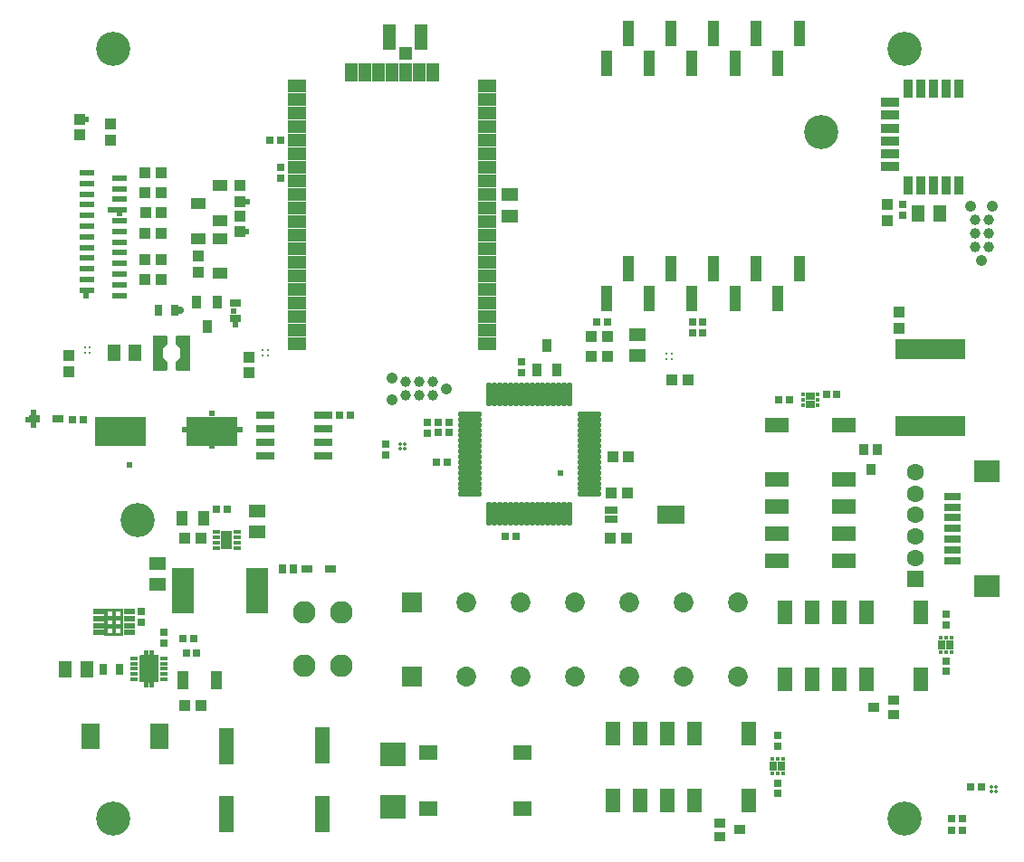
<source format=gts>
G04*
G04 #@! TF.GenerationSoftware,Altium Limited,Altium Designer,19.0.12 (326)*
G04*
G04 Layer_Color=8388736*
%FSLAX25Y25*%
%MOIN*%
G70*
G01*
G75*
%ADD77R,0.05524X0.02178*%
%ADD78R,0.03950X0.03162*%
%ADD79R,0.18910X0.10642*%
%ADD80R,0.02768X0.02768*%
%ADD81R,0.02768X0.02768*%
%ADD82R,0.03950X0.05524*%
%ADD83R,0.05918X0.04737*%
%ADD84R,0.04343X0.03556*%
%ADD85R,0.02962X0.03356*%
%ADD86R,0.02769X0.02769*%
%ADD87R,0.10249X0.06706*%
%ADD88R,0.05131X0.03162*%
%ADD89R,0.02769X0.02769*%
%ADD90R,0.03950X0.03950*%
%ADD91C,0.01345*%
%ADD92O,0.01981X0.09068*%
%ADD93O,0.09068X0.01981*%
%ADD94R,0.03359X0.04934*%
%ADD95R,0.05918X0.03162*%
%ADD96R,0.09461X0.07887*%
%ADD97R,0.01784X0.01784*%
%ADD98R,0.02532X0.03202*%
%ADD99R,0.02768X0.02768*%
%ADD100R,0.02768X0.02768*%
%ADD101R,0.03950X0.03950*%
%ADD102R,0.04304X0.09816*%
%ADD103C,0.01299*%
%ADD104R,0.06706X0.02965*%
%ADD105C,0.03900*%
%ADD106R,0.04737X0.04934*%
%ADD107R,0.04934X0.09461*%
%ADD108R,0.06787X0.04787*%
%ADD109R,0.04787X0.06787*%
%ADD110R,0.02572X0.07690*%
%ADD111R,0.05600X0.04400*%
%ADD112R,0.03162X0.04343*%
%ADD113R,0.04343X0.03162*%
%ADD114R,0.04737X0.05918*%
%ADD115R,0.02787X0.02787*%
%ADD116R,0.03556X0.06706*%
%ADD117R,0.06706X0.03556*%
%ADD118R,0.05170X0.08674*%
%ADD119R,0.03556X0.04343*%
%ADD120R,0.08674X0.05170*%
%ADD121R,0.03202X0.02532*%
%ADD122R,0.01784X0.01784*%
%ADD123R,0.04147X0.02178*%
%ADD124R,0.06706X0.09461*%
%ADD125R,0.04343X0.07099*%
%ADD126R,0.02913X0.01496*%
%ADD127R,0.09304X0.09068*%
%ADD128R,0.09698X0.09068*%
%ADD129R,0.05524X0.13800*%
%ADD130R,0.06784X0.05524*%
%ADD131R,0.08071X0.16535*%
%ADD132R,0.02520X0.01654*%
%ADD133R,0.04095X0.06850*%
%ADD134C,0.06300*%
%ADD135R,0.06300X0.06300*%
%ADD136C,0.12611*%
%ADD137C,0.08300*%
%ADD138C,0.07300*%
%ADD139R,0.07300X0.07300*%
%ADD140C,0.04200*%
%ADD141C,0.02400*%
%ADD142C,0.02800*%
G36*
X59020Y189544D02*
X59045Y189543D01*
X59046Y189543D01*
X59047Y189543D01*
X59071Y189538D01*
X59097Y189532D01*
X59097Y189532D01*
X59098Y189532D01*
X59122Y189524D01*
X59146Y189516D01*
X59147Y189515D01*
X59148Y189515D01*
X59171Y189504D01*
X59193Y189492D01*
X59194Y189492D01*
X59194Y189492D01*
X59216Y189477D01*
X59237Y189463D01*
X59237Y189463D01*
X59238Y189463D01*
X59258Y189445D01*
X59276Y189429D01*
X59277Y189428D01*
X59277Y189428D01*
X59295Y189408D01*
X59311Y189389D01*
X59311Y189389D01*
X59312Y189388D01*
X59326Y189366D01*
X59340Y189346D01*
X59341Y189345D01*
X59341Y189345D01*
X59352Y189321D01*
X59363Y189299D01*
X59364Y189298D01*
X59364Y189298D01*
X59372Y189274D01*
X59380Y189249D01*
X59380Y189249D01*
X59381Y189248D01*
X59385Y189224D01*
X59390Y189198D01*
X59391Y189197D01*
X59391Y189197D01*
X59392Y189170D01*
X59394Y189145D01*
X59394Y189145D01*
X59394Y189144D01*
X59386Y186388D01*
X59385Y186370D01*
X59384Y186352D01*
X59383Y186344D01*
X59382Y186336D01*
X59379Y186318D01*
X59376Y186300D01*
X59374Y186293D01*
X59372Y186284D01*
X59366Y186267D01*
X59361Y186250D01*
X59358Y186243D01*
X59355Y186235D01*
X59347Y186219D01*
X59340Y186202D01*
X59335Y186195D01*
X59332Y186188D01*
X59322Y186173D01*
X59312Y186158D01*
X59307Y186151D01*
X59303Y186144D01*
X59291Y186131D01*
X59279Y186117D01*
X59273Y186111D01*
X59268Y186105D01*
X59254Y186093D01*
X59241Y186081D01*
X57890Y184961D01*
Y181322D01*
X59241Y180202D01*
X59255Y180189D01*
X59269Y180177D01*
X59274Y180171D01*
X59279Y180166D01*
X59291Y180151D01*
X59303Y180137D01*
X59307Y180131D01*
X59312Y180125D01*
X59322Y180109D01*
X59332Y180094D01*
X59336Y180087D01*
X59340Y180081D01*
X59347Y180064D01*
X59356Y180047D01*
X59358Y180040D01*
X59361Y180033D01*
X59366Y180015D01*
X59372Y179997D01*
X59374Y179990D01*
X59376Y179982D01*
X59379Y179964D01*
X59383Y179946D01*
X59383Y179938D01*
X59384Y179931D01*
X59385Y179912D01*
X59386Y179893D01*
Y177137D01*
X59383Y177085D01*
X59372Y177034D01*
X59356Y176984D01*
X59332Y176937D01*
X59303Y176893D01*
X59269Y176854D01*
X59229Y176819D01*
X59186Y176790D01*
X59139Y176767D01*
X59089Y176750D01*
X59038Y176740D01*
X58985Y176737D01*
X54497D01*
X54445Y176740D01*
X54393Y176750D01*
X54344Y176767D01*
X54297Y176790D01*
X54253Y176819D01*
X54214Y176854D01*
X54179Y176893D01*
X54150Y176937D01*
X54127Y176984D01*
X54110Y177034D01*
X54100Y177085D01*
X54096Y177137D01*
Y189145D01*
X54100Y189198D01*
X54110Y189249D01*
X54127Y189299D01*
X54150Y189346D01*
X54179Y189389D01*
X54214Y189429D01*
X54253Y189463D01*
X54297Y189492D01*
X54344Y189516D01*
X54393Y189532D01*
X54445Y189543D01*
X54497Y189546D01*
X58993D01*
X58994Y189546D01*
X58994Y189546D01*
X59020Y189544D01*
D02*
G37*
G36*
X67541Y189543D02*
X67593Y189532D01*
X67643Y189516D01*
X67690Y189492D01*
X67733Y189463D01*
X67773Y189429D01*
X67807Y189389D01*
X67836Y189346D01*
X67860Y189299D01*
X67876Y189249D01*
X67887Y189198D01*
X67890Y189145D01*
Y177137D01*
X67887Y177085D01*
X67876Y177034D01*
X67860Y176984D01*
X67836Y176937D01*
X67807Y176893D01*
X67773Y176854D01*
X67733Y176819D01*
X67690Y176790D01*
X67643Y176767D01*
X67593Y176750D01*
X67541Y176740D01*
X67489Y176737D01*
X62993D01*
X62993Y176737D01*
X62992Y176737D01*
X62966Y176738D01*
X62941Y176740D01*
X62940Y176740D01*
X62940Y176740D01*
X62915Y176745D01*
X62889Y176750D01*
X62889Y176750D01*
X62888Y176751D01*
X62864Y176759D01*
X62840Y176767D01*
X62839Y176767D01*
X62839Y176768D01*
X62815Y176779D01*
X62793Y176790D01*
X62792Y176791D01*
X62792Y176791D01*
X62770Y176805D01*
X62749Y176819D01*
X62749Y176820D01*
X62748Y176820D01*
X62729Y176837D01*
X62710Y176854D01*
X62709Y176854D01*
X62709Y176855D01*
X62691Y176875D01*
X62675Y176893D01*
X62675Y176894D01*
X62674Y176894D01*
X62660Y176916D01*
X62646Y176937D01*
X62646Y176937D01*
X62645Y176938D01*
X62634Y176961D01*
X62623Y176984D01*
X62623Y176985D01*
X62622Y176985D01*
X62614Y177009D01*
X62606Y177034D01*
X62606Y177034D01*
X62606Y177035D01*
X62601Y177059D01*
X62596Y177085D01*
X62596Y177086D01*
X62595Y177086D01*
X62594Y177112D01*
X62592Y177137D01*
X62592Y177138D01*
X62592Y177139D01*
X62600Y179894D01*
X62601Y179913D01*
X62602Y179931D01*
X62603Y179939D01*
X62604Y179947D01*
X62607Y179965D01*
X62610Y179982D01*
X62612Y179990D01*
X62614Y179998D01*
X62620Y180015D01*
X62625Y180033D01*
X62628Y180040D01*
X62631Y180048D01*
X62639Y180064D01*
X62647Y180081D01*
X62651Y180087D01*
X62654Y180095D01*
X62665Y180110D01*
X62674Y180125D01*
X62679Y180132D01*
X62684Y180138D01*
X62696Y180152D01*
X62707Y180166D01*
X62713Y180172D01*
X62718Y180178D01*
X62732Y180190D01*
X62745Y180202D01*
X64096Y181322D01*
Y184961D01*
X62745Y186081D01*
X62732Y186094D01*
X62717Y186106D01*
X62713Y186112D01*
X62707Y186117D01*
X62695Y186131D01*
X62683Y186145D01*
X62679Y186152D01*
X62674Y186158D01*
X62664Y186173D01*
X62654Y186189D01*
X62651Y186196D01*
X62647Y186202D01*
X62639Y186219D01*
X62631Y186236D01*
X62628Y186243D01*
X62625Y186250D01*
X62620Y186268D01*
X62614Y186286D01*
X62612Y186293D01*
X62610Y186300D01*
X62607Y186319D01*
X62603Y186337D01*
X62603Y186345D01*
X62602Y186352D01*
X62601Y186371D01*
X62600Y186389D01*
Y189145D01*
X62603Y189198D01*
X62614Y189249D01*
X62631Y189299D01*
X62654Y189346D01*
X62683Y189389D01*
X62717Y189429D01*
X62757Y189463D01*
X62801Y189492D01*
X62848Y189516D01*
X62897Y189532D01*
X62949Y189543D01*
X63001Y189546D01*
X67489D01*
X67541Y189543D01*
D02*
G37*
G36*
X47556Y86874D02*
X43658D01*
Y88803D01*
X47556D01*
Y86874D01*
D02*
G37*
G36*
X35942D02*
X32044D01*
Y88803D01*
X35942D01*
Y86874D01*
D02*
G37*
G36*
X47556Y84315D02*
X43658D01*
Y86244D01*
X47556D01*
Y84315D01*
D02*
G37*
G36*
X35942D02*
X32044D01*
Y86244D01*
X35942D01*
Y84315D01*
D02*
G37*
G36*
X47556Y81756D02*
X43658D01*
Y83685D01*
X47556D01*
Y81756D01*
D02*
G37*
G36*
X35942D02*
X32044D01*
Y83685D01*
X35942D01*
Y81756D01*
D02*
G37*
G36*
X47556Y79197D02*
X43658D01*
Y81126D01*
X47556D01*
Y79197D01*
D02*
G37*
G36*
X35942D02*
X32044D01*
Y81126D01*
X35942D01*
Y79197D01*
D02*
G37*
G36*
X43298Y87887D02*
Y86313D01*
Y84787D01*
Y83213D01*
Y81687D01*
Y79026D01*
X36302D01*
Y80113D01*
Y81687D01*
Y83213D01*
Y84787D01*
Y86313D01*
Y87887D01*
Y88974D01*
X43298D01*
Y87887D01*
D02*
G37*
G36*
X54223Y73796D02*
X54265Y73786D01*
X54305Y73769D01*
X54342Y73747D01*
X54375Y73719D01*
X54403Y73685D01*
X54426Y73649D01*
X54442Y73608D01*
X54453Y73566D01*
X54456Y73523D01*
Y71831D01*
X55924D01*
X55967Y71828D01*
X56009Y71817D01*
X56049Y71801D01*
X56086Y71778D01*
X56119Y71750D01*
X56120Y71749D01*
X56148Y71716D01*
X56171Y71679D01*
X56187Y71639D01*
X56198Y71597D01*
X56201Y71554D01*
Y62106D01*
X56198Y62063D01*
X56187Y62020D01*
X56171Y61980D01*
X56148Y61943D01*
X56120Y61910D01*
X56087Y61882D01*
X56050Y61859D01*
X56010Y61843D01*
X55968Y61833D01*
X55924Y61829D01*
X54456D01*
Y60137D01*
X54453Y60094D01*
X54442Y60052D01*
X54426Y60012D01*
X54403Y59975D01*
X54375Y59942D01*
X54342Y59914D01*
X54305Y59891D01*
X54265Y59874D01*
X54223Y59864D01*
X54180Y59861D01*
X53195D01*
X53152Y59864D01*
X53110Y59874D01*
X53070Y59891D01*
X53033Y59914D01*
X53000Y59942D01*
X52972Y59975D01*
X52949Y60012D01*
X52932Y60052D01*
X52922Y60094D01*
X52919Y60137D01*
Y61754D01*
X52476D01*
Y60137D01*
X52473Y60094D01*
X52463Y60052D01*
X52446Y60012D01*
X52424Y59975D01*
X52395Y59942D01*
X52363Y59914D01*
X52325Y59891D01*
X52285Y59874D01*
X52243Y59864D01*
X52200Y59861D01*
X51221D01*
X51177Y59864D01*
X51135Y59874D01*
X51095Y59891D01*
X51058Y59914D01*
X51025Y59942D01*
X50997Y59975D01*
X50974Y60012D01*
X50958Y60052D01*
X50947Y60094D01*
X50944Y60137D01*
Y61829D01*
X49452D01*
X49409Y61833D01*
X49367Y61843D01*
X49327Y61859D01*
X49290Y61882D01*
X49257Y61910D01*
X49228Y61943D01*
X49206Y61980D01*
X49189Y62020D01*
X49179Y62063D01*
X49176Y62106D01*
Y71554D01*
X49179Y71598D01*
X49189Y71640D01*
X49206Y71680D01*
X49228Y71717D01*
X49257Y71750D01*
X49290Y71778D01*
X49327Y71801D01*
X49367Y71817D01*
X49409Y71828D01*
X49452Y71831D01*
X50944D01*
Y73516D01*
X50947Y73559D01*
X50958Y73601D01*
X50974Y73641D01*
X50997Y73678D01*
X51025Y73711D01*
X51058Y73740D01*
X51095Y73762D01*
X51135Y73779D01*
X51177Y73789D01*
X51221Y73792D01*
X52205D01*
X52248Y73789D01*
X52290Y73779D01*
X52330Y73762D01*
X52367Y73740D01*
X52400Y73711D01*
X52428Y73678D01*
X52451Y73641D01*
X52468Y73601D01*
X52478Y73559D01*
X52481Y73516D01*
Y71831D01*
X52919D01*
Y73523D01*
X52922Y73566D01*
X52932Y73608D01*
X52949Y73649D01*
X52972Y73685D01*
X53000Y73719D01*
X53033Y73747D01*
X53070Y73769D01*
X53110Y73786D01*
X53152Y73796D01*
X53195Y73800D01*
X54180D01*
X54223Y73796D01*
D02*
G37*
%LPC*%
G36*
X42137Y87887D02*
X40563D01*
Y86313D01*
X42137D01*
Y87887D01*
D02*
G37*
G36*
X39037D02*
X37463D01*
Y86313D01*
X39037D01*
Y87887D01*
D02*
G37*
G36*
X42137Y84787D02*
X40563D01*
Y83213D01*
X42137D01*
Y84787D01*
D02*
G37*
G36*
X39037D02*
X37463D01*
Y83213D01*
X39037D01*
Y84787D01*
D02*
G37*
G36*
X42137Y81687D02*
X40563D01*
Y80113D01*
X42137D01*
Y81687D01*
D02*
G37*
G36*
X39037D02*
X37463D01*
Y80113D01*
X39037D01*
Y81687D01*
D02*
G37*
%LPD*%
D77*
X29689Y249678D02*
D03*
Y245741D02*
D03*
Y241804D02*
D03*
Y237867D02*
D03*
Y233930D02*
D03*
Y229993D02*
D03*
Y226056D02*
D03*
Y222119D02*
D03*
Y218182D02*
D03*
Y214245D02*
D03*
Y210308D02*
D03*
X41697Y247710D02*
D03*
Y243773D02*
D03*
Y239836D02*
D03*
Y235899D02*
D03*
Y231962D02*
D03*
Y228025D02*
D03*
Y224088D02*
D03*
Y220151D02*
D03*
Y216214D02*
D03*
Y212277D02*
D03*
Y208340D02*
D03*
X29689Y206371D02*
D03*
X41697Y204403D02*
D03*
D78*
X19050Y158900D02*
D03*
X10350D02*
D03*
X110674Y103700D02*
D03*
X119374D02*
D03*
D79*
X42049Y154336D02*
D03*
X75907D02*
D03*
D80*
X24532Y158800D02*
D03*
X77588Y125676D02*
D03*
X66331Y72600D02*
D03*
X97300Y261600D02*
D03*
X305968Y167843D02*
D03*
X284637Y166043D02*
D03*
D81*
X28468Y158800D02*
D03*
X81525Y125676D02*
D03*
X70268Y72600D02*
D03*
X163068Y157643D02*
D03*
X159132D02*
D03*
X163068Y153874D02*
D03*
X159132D02*
D03*
X101237Y261600D02*
D03*
X302031Y167843D02*
D03*
X288574Y166043D02*
D03*
D82*
X64863Y122176D02*
D03*
X72737D02*
D03*
D83*
X232578Y182263D02*
D03*
Y190137D02*
D03*
X185400Y233763D02*
D03*
Y241637D02*
D03*
X55726Y105806D02*
D03*
Y97932D02*
D03*
X92544Y117263D02*
D03*
Y125137D02*
D03*
D84*
X262767Y10109D02*
D03*
X270247Y7550D02*
D03*
X262767Y4991D02*
D03*
X326933Y55209D02*
D03*
X319453Y52650D02*
D03*
X326933Y50091D02*
D03*
D85*
X101831Y103600D02*
D03*
X105769D02*
D03*
D86*
X139900Y145575D02*
D03*
Y149512D02*
D03*
X189800Y176075D02*
D03*
Y180012D02*
D03*
X155300Y153675D02*
D03*
Y157612D02*
D03*
X256478Y190732D02*
D03*
Y194668D02*
D03*
X101100Y251669D02*
D03*
Y247731D02*
D03*
D87*
X244782Y123600D02*
D03*
D88*
X222932Y121828D02*
D03*
Y125372D02*
D03*
D89*
X187712Y115800D02*
D03*
X183775D02*
D03*
X162469Y142943D02*
D03*
X158531D02*
D03*
X217510Y194800D02*
D03*
X221447D02*
D03*
X359068Y23200D02*
D03*
X355132D02*
D03*
X122831Y160300D02*
D03*
X126769D02*
D03*
X352168Y11500D02*
D03*
X348232D02*
D03*
X352168Y7300D02*
D03*
X348232D02*
D03*
X69169Y78100D02*
D03*
X65232D02*
D03*
D90*
X222604Y115000D02*
D03*
X228510D02*
D03*
X222904Y131500D02*
D03*
X228810D02*
D03*
X229253Y144843D02*
D03*
X223347D02*
D03*
X215526Y189200D02*
D03*
X221431D02*
D03*
X215626Y181900D02*
D03*
X221531D02*
D03*
X245226Y173273D02*
D03*
X251131D02*
D03*
X51240Y249740D02*
D03*
X57146D02*
D03*
X51240Y242440D02*
D03*
X57146D02*
D03*
X51340Y235140D02*
D03*
X57246D02*
D03*
X51140Y227440D02*
D03*
X57046D02*
D03*
X57146Y217640D02*
D03*
X51240D02*
D03*
X57146Y210340D02*
D03*
X51240D02*
D03*
X71753Y53370D02*
D03*
X65847D02*
D03*
X65896Y115064D02*
D03*
X71802D02*
D03*
D91*
X145213Y148056D02*
D03*
Y149630D02*
D03*
X146787Y148056D02*
D03*
Y149630D02*
D03*
X362913Y23287D02*
D03*
X364487D02*
D03*
X362913Y21713D02*
D03*
X364487D02*
D03*
D92*
X207464Y167990D02*
D03*
X205495D02*
D03*
X203527D02*
D03*
X201558D02*
D03*
X199590D02*
D03*
X197621D02*
D03*
X195653D02*
D03*
X193684D02*
D03*
X191716D02*
D03*
X189747D02*
D03*
X187779D02*
D03*
X185810D02*
D03*
X183842D02*
D03*
X181873D02*
D03*
X179905D02*
D03*
X177936D02*
D03*
Y123896D02*
D03*
X179905D02*
D03*
X181873D02*
D03*
X183842D02*
D03*
X185810D02*
D03*
X187779D02*
D03*
X189747D02*
D03*
X191716D02*
D03*
X193684D02*
D03*
X195653D02*
D03*
X197621D02*
D03*
X199590D02*
D03*
X201558D02*
D03*
X203527D02*
D03*
X205495D02*
D03*
X207464D02*
D03*
D93*
X170653Y160707D02*
D03*
Y158738D02*
D03*
Y156770D02*
D03*
Y154801D02*
D03*
Y152833D02*
D03*
Y150864D02*
D03*
Y148896D02*
D03*
Y146927D02*
D03*
Y144959D02*
D03*
Y142990D02*
D03*
Y141022D02*
D03*
Y139053D02*
D03*
Y137085D02*
D03*
Y135116D02*
D03*
Y133148D02*
D03*
Y131179D02*
D03*
X214747D02*
D03*
Y133148D02*
D03*
Y135116D02*
D03*
Y137085D02*
D03*
Y139053D02*
D03*
Y141022D02*
D03*
Y142990D02*
D03*
Y144959D02*
D03*
Y146927D02*
D03*
Y148896D02*
D03*
Y150864D02*
D03*
Y152833D02*
D03*
Y154801D02*
D03*
Y156770D02*
D03*
Y158738D02*
D03*
Y160707D02*
D03*
D94*
X202940Y177015D02*
D03*
X199200Y186071D02*
D03*
X195460Y177015D02*
D03*
X77733Y201918D02*
D03*
X73993Y192863D02*
D03*
X70253Y201918D02*
D03*
D95*
X348502Y130361D02*
D03*
Y126424D02*
D03*
Y122487D02*
D03*
Y118550D02*
D03*
Y114613D02*
D03*
Y110676D02*
D03*
Y106739D02*
D03*
D96*
X361298Y139810D02*
D03*
Y97290D02*
D03*
D97*
X286012Y33558D02*
D03*
X284043D02*
D03*
X282075D02*
D03*
Y28242D02*
D03*
X284043D02*
D03*
X286012D02*
D03*
X348012Y73043D02*
D03*
X346043D02*
D03*
X344075D02*
D03*
Y78357D02*
D03*
X346043D02*
D03*
X348012D02*
D03*
D98*
X285539Y30900D02*
D03*
X282547D02*
D03*
X344547Y75700D02*
D03*
X347539D02*
D03*
D99*
X284043Y38326D02*
D03*
X330185Y237945D02*
D03*
X252678Y194668D02*
D03*
X284043Y24769D02*
D03*
X346043Y69769D02*
D03*
X346143Y83131D02*
D03*
X49900Y87868D02*
D03*
X58200Y76247D02*
D03*
D100*
X284043Y42263D02*
D03*
X330185Y234008D02*
D03*
X252678Y190732D02*
D03*
X284043Y20831D02*
D03*
X346043Y65832D02*
D03*
X346143Y87068D02*
D03*
X49900Y83931D02*
D03*
X58200Y80184D02*
D03*
D101*
X324485Y237829D02*
D03*
Y231924D02*
D03*
X89566Y181789D02*
D03*
Y175884D02*
D03*
X328778Y192247D02*
D03*
Y198153D02*
D03*
X26993Y263488D02*
D03*
Y269393D02*
D03*
X38393Y261688D02*
D03*
Y267593D02*
D03*
X86193Y239088D02*
D03*
Y244993D02*
D03*
X86200Y227847D02*
D03*
Y233753D02*
D03*
X70793Y218993D02*
D03*
Y213088D02*
D03*
X23249Y182296D02*
D03*
Y176391D02*
D03*
D102*
X291994Y300858D02*
D03*
X276246D02*
D03*
X260498D02*
D03*
X244750D02*
D03*
X284120Y289874D02*
D03*
X268372D02*
D03*
X252624D02*
D03*
X236876D02*
D03*
X291994Y214259D02*
D03*
X276246D02*
D03*
X260498D02*
D03*
X244750D02*
D03*
X284120Y203274D02*
D03*
X268373D02*
D03*
X252624D02*
D03*
X236876D02*
D03*
X229002Y300858D02*
D03*
X221128Y289874D02*
D03*
X229002Y214259D02*
D03*
X221128Y203274D02*
D03*
D103*
X245206Y182884D02*
D03*
Y180916D02*
D03*
X243237Y182884D02*
D03*
Y180916D02*
D03*
X94554Y182416D02*
D03*
Y184384D02*
D03*
X96523Y182416D02*
D03*
Y184384D02*
D03*
X29009Y185225D02*
D03*
X30977D02*
D03*
X29009Y183256D02*
D03*
X30977D02*
D03*
D104*
X95470Y160200D02*
D03*
Y155200D02*
D03*
Y150200D02*
D03*
Y145200D02*
D03*
X116730Y160200D02*
D03*
Y155200D02*
D03*
Y150200D02*
D03*
Y145200D02*
D03*
D105*
X152100Y167532D02*
D03*
X147100Y172532D02*
D03*
X152100D02*
D03*
X157100Y167532D02*
D03*
Y172532D02*
D03*
X147100Y167532D02*
D03*
X356744Y227451D02*
D03*
X361744Y232451D02*
D03*
Y227451D02*
D03*
X356744Y222451D02*
D03*
X361744D02*
D03*
X356744Y232451D02*
D03*
D106*
X147100Y293600D02*
D03*
D107*
X152907Y299604D02*
D03*
X141293D02*
D03*
D108*
X107100Y281700D02*
D03*
Y276700D02*
D03*
Y271700D02*
D03*
Y266700D02*
D03*
Y261700D02*
D03*
Y256700D02*
D03*
Y251700D02*
D03*
Y246700D02*
D03*
Y241700D02*
D03*
Y236700D02*
D03*
Y231700D02*
D03*
Y226700D02*
D03*
Y221700D02*
D03*
Y216700D02*
D03*
Y211700D02*
D03*
Y206700D02*
D03*
Y201700D02*
D03*
Y196700D02*
D03*
Y191700D02*
D03*
Y186700D02*
D03*
X177100Y281700D02*
D03*
Y276700D02*
D03*
Y271700D02*
D03*
Y266700D02*
D03*
Y261700D02*
D03*
Y256700D02*
D03*
Y251700D02*
D03*
Y246700D02*
D03*
Y241700D02*
D03*
Y236700D02*
D03*
Y231700D02*
D03*
Y226700D02*
D03*
Y221700D02*
D03*
Y216700D02*
D03*
Y211700D02*
D03*
Y206700D02*
D03*
Y201700D02*
D03*
Y196700D02*
D03*
Y191700D02*
D03*
Y186700D02*
D03*
D109*
X132100Y286700D02*
D03*
X137100D02*
D03*
X142100D02*
D03*
X147100D02*
D03*
X152100D02*
D03*
X157100D02*
D03*
X127100D02*
D03*
D110*
X351816Y184573D02*
D03*
X349257D02*
D03*
X346698D02*
D03*
X344139D02*
D03*
X341580D02*
D03*
X339020D02*
D03*
X336461D02*
D03*
X333902D02*
D03*
X331343D02*
D03*
X328784D02*
D03*
X351816Y156227D02*
D03*
X349257D02*
D03*
X346698D02*
D03*
X344139D02*
D03*
X341580D02*
D03*
X339020D02*
D03*
X336461D02*
D03*
X333902D02*
D03*
X331343D02*
D03*
X328784D02*
D03*
D111*
X78793Y225390D02*
D03*
Y212490D02*
D03*
X70893Y238290D02*
D03*
Y225390D02*
D03*
X78693Y231990D02*
D03*
Y244890D02*
D03*
D112*
X62146Y198840D02*
D03*
X56240D02*
D03*
X35847Y66800D02*
D03*
X41753D02*
D03*
D113*
X84593Y195838D02*
D03*
Y201744D02*
D03*
D114*
X39756Y183440D02*
D03*
X47630D02*
D03*
X335963Y234577D02*
D03*
X343837D02*
D03*
X21863Y66655D02*
D03*
X29737D02*
D03*
D115*
X55993Y183141D02*
D03*
X65993D02*
D03*
D116*
X350978Y245059D02*
D03*
X341529D02*
D03*
X336805D02*
D03*
X332080D02*
D03*
Y280492D02*
D03*
X336805D02*
D03*
X341529D02*
D03*
X346253D02*
D03*
Y245059D02*
D03*
X350978Y280492D02*
D03*
D117*
X325584Y251949D02*
D03*
Y256674D02*
D03*
Y261398D02*
D03*
Y266122D02*
D03*
Y270847D02*
D03*
Y275571D02*
D03*
D118*
X273643Y18218D02*
D03*
X253643D02*
D03*
X243643D02*
D03*
X233643D02*
D03*
X223643D02*
D03*
Y42982D02*
D03*
X233643D02*
D03*
X243643D02*
D03*
X253643D02*
D03*
X273643D02*
D03*
X336843Y62918D02*
D03*
X316843D02*
D03*
X306843D02*
D03*
X296843D02*
D03*
X286843D02*
D03*
Y87682D02*
D03*
X296843D02*
D03*
X306843D02*
D03*
X316843D02*
D03*
X336843D02*
D03*
D119*
X315811Y147733D02*
D03*
X318370Y140253D02*
D03*
X320929Y147733D02*
D03*
D120*
X308482Y156643D02*
D03*
Y136643D02*
D03*
Y126643D02*
D03*
Y116643D02*
D03*
Y106643D02*
D03*
X283718D02*
D03*
Y116643D02*
D03*
Y126643D02*
D03*
Y136643D02*
D03*
Y156643D02*
D03*
D121*
X296000Y164447D02*
D03*
Y167439D02*
D03*
D122*
X298657Y167912D02*
D03*
Y165943D02*
D03*
Y163975D02*
D03*
X293342D02*
D03*
Y165943D02*
D03*
Y167912D02*
D03*
D123*
X33993Y80161D02*
D03*
Y82721D02*
D03*
Y85280D02*
D03*
Y87839D02*
D03*
X45607D02*
D03*
Y85280D02*
D03*
Y82721D02*
D03*
Y80161D02*
D03*
D124*
X31281Y42081D02*
D03*
X56478D02*
D03*
D125*
X77502Y62500D02*
D03*
X65298D02*
D03*
D126*
X52700Y66830D02*
D03*
X47188Y70767D02*
D03*
Y68799D02*
D03*
Y66830D02*
D03*
Y64862D02*
D03*
Y62893D02*
D03*
X58212Y70767D02*
D03*
Y68799D02*
D03*
Y66830D02*
D03*
Y64862D02*
D03*
Y62893D02*
D03*
D127*
X142400Y16013D02*
D03*
D128*
Y35187D02*
D03*
D129*
X81000Y13202D02*
D03*
Y38398D02*
D03*
X116570Y13402D02*
D03*
Y38598D02*
D03*
D130*
X190005Y35882D02*
D03*
X155595D02*
D03*
Y15410D02*
D03*
X190005D02*
D03*
D131*
X65134Y95629D02*
D03*
X92615D02*
D03*
D132*
X77505Y117153D02*
D03*
Y115184D02*
D03*
Y113216D02*
D03*
Y111247D02*
D03*
X84986D02*
D03*
Y113216D02*
D03*
Y115184D02*
D03*
Y117153D02*
D03*
D133*
X81246Y114200D02*
D03*
D134*
X334961Y139270D02*
D03*
Y131396D02*
D03*
Y123522D02*
D03*
Y115648D02*
D03*
Y107774D02*
D03*
D135*
Y99900D02*
D03*
D136*
X39370Y11811D02*
D03*
X330709D02*
D03*
Y295276D02*
D03*
X39370D02*
D03*
X48425Y121496D02*
D03*
X300079Y264488D02*
D03*
D137*
X123500Y87600D02*
D03*
Y67915D02*
D03*
X109721D02*
D03*
Y87600D02*
D03*
D138*
X269559Y91379D02*
D03*
X249559D02*
D03*
X229559D02*
D03*
X209559D02*
D03*
X189559D02*
D03*
X169559D02*
D03*
X269559Y63820D02*
D03*
X249559D02*
D03*
X229559D02*
D03*
X209559D02*
D03*
X189559D02*
D03*
X169559D02*
D03*
D139*
X149559D02*
D03*
Y91379D02*
D03*
D140*
X162100Y170032D02*
D03*
X142100Y166032D02*
D03*
Y174032D02*
D03*
X359244Y217451D02*
D03*
X355244Y237451D02*
D03*
X363244D02*
D03*
D141*
X88600Y227847D02*
D03*
X88800Y239088D02*
D03*
X83900Y198700D02*
D03*
X29500Y204200D02*
D03*
X84500Y193800D02*
D03*
X29600Y269400D02*
D03*
X38600Y235896D02*
D03*
X41700Y234600D02*
D03*
X10100Y156600D02*
D03*
X10200Y161200D02*
D03*
X8000Y158800D02*
D03*
X86000Y154900D02*
D03*
X65847Y155100D02*
D03*
X75729Y149000D02*
D03*
Y161000D02*
D03*
X204300Y139000D02*
D03*
X45400Y142000D02*
D03*
D142*
X64240Y198881D02*
D03*
M02*

</source>
